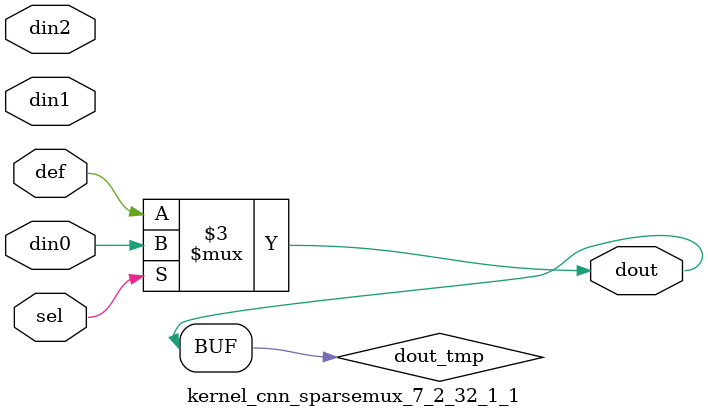
<source format=v>
`timescale 1ns / 1ps

module kernel_cnn_sparsemux_7_2_32_1_1 (din0,din1,din2,def,sel,dout);

parameter din0_WIDTH = 1;

parameter din1_WIDTH = 1;

parameter din2_WIDTH = 1;

parameter def_WIDTH = 1;
parameter sel_WIDTH = 1;
parameter dout_WIDTH = 1;

parameter [sel_WIDTH-1:0] CASE0 = 1;

parameter [sel_WIDTH-1:0] CASE1 = 1;

parameter [sel_WIDTH-1:0] CASE2 = 1;

parameter ID = 1;
parameter NUM_STAGE = 1;



input [din0_WIDTH-1:0] din0;

input [din1_WIDTH-1:0] din1;

input [din2_WIDTH-1:0] din2;

input [def_WIDTH-1:0] def;
input [sel_WIDTH-1:0] sel;

output [dout_WIDTH-1:0] dout;



reg [dout_WIDTH-1:0] dout_tmp;

always @ (*) begin
case (sel)
    
    CASE0 : dout_tmp = din0;
    
    CASE1 : dout_tmp = din1;
    
    CASE2 : dout_tmp = din2;
    
    default : dout_tmp = def;
endcase
end


assign dout = dout_tmp;



endmodule

</source>
